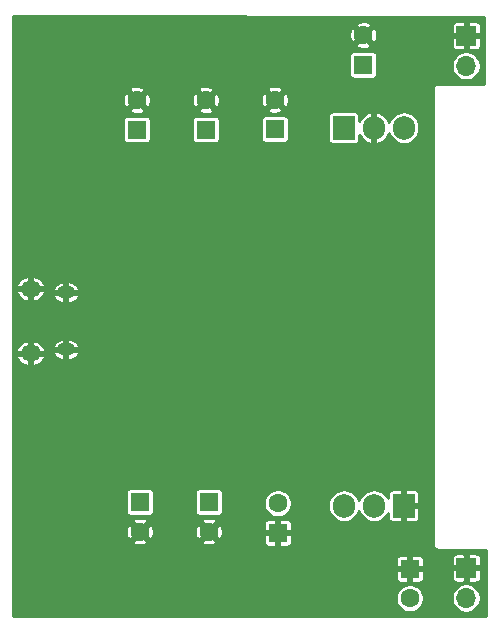
<source format=gbl>
G04 #@! TF.GenerationSoftware,KiCad,Pcbnew,(5.1.10)-1*
G04 #@! TF.CreationDate,2022-01-06T01:02:44-05:00*
G04 #@! TF.ProjectId,Charge_Pump,43686172-6765-45f5-9075-6d702e6b6963,rev?*
G04 #@! TF.SameCoordinates,Original*
G04 #@! TF.FileFunction,Copper,L2,Bot*
G04 #@! TF.FilePolarity,Positive*
%FSLAX46Y46*%
G04 Gerber Fmt 4.6, Leading zero omitted, Abs format (unit mm)*
G04 Created by KiCad (PCBNEW (5.1.10)-1) date 2022-01-06 01:02:44*
%MOMM*%
%LPD*%
G01*
G04 APERTURE LIST*
G04 #@! TA.AperFunction,ComponentPad*
%ADD10O,1.700000X1.700000*%
G04 #@! TD*
G04 #@! TA.AperFunction,ComponentPad*
%ADD11R,1.700000X1.700000*%
G04 #@! TD*
G04 #@! TA.AperFunction,ComponentPad*
%ADD12C,1.600000*%
G04 #@! TD*
G04 #@! TA.AperFunction,ComponentPad*
%ADD13R,1.600000X1.600000*%
G04 #@! TD*
G04 #@! TA.AperFunction,ComponentPad*
%ADD14O,1.905000X2.000000*%
G04 #@! TD*
G04 #@! TA.AperFunction,ComponentPad*
%ADD15R,1.905000X2.000000*%
G04 #@! TD*
G04 #@! TA.AperFunction,ComponentPad*
%ADD16O,1.700000X1.350000*%
G04 #@! TD*
G04 #@! TA.AperFunction,ComponentPad*
%ADD17O,1.500000X1.100000*%
G04 #@! TD*
G04 #@! TA.AperFunction,ViaPad*
%ADD18C,0.800000*%
G04 #@! TD*
G04 #@! TA.AperFunction,Conductor*
%ADD19C,0.254000*%
G04 #@! TD*
G04 #@! TA.AperFunction,Conductor*
%ADD20C,0.100000*%
G04 #@! TD*
G04 APERTURE END LIST*
D10*
X195400000Y-127700000D03*
D11*
X195400000Y-125160000D03*
D12*
X173609000Y-122072000D03*
D13*
X173609000Y-119572000D03*
D10*
X195400000Y-82640000D03*
D11*
X195400000Y-80100000D03*
D14*
X185039000Y-119888000D03*
X187579000Y-119888000D03*
D15*
X190119000Y-119888000D03*
D14*
X190119000Y-87884000D03*
X187579000Y-87884000D03*
D15*
X185039000Y-87884000D03*
D16*
X158524000Y-106972000D03*
X158524000Y-101512000D03*
D17*
X161524000Y-106662000D03*
X161524000Y-101822000D03*
D13*
X167513000Y-88036000D03*
D12*
X167513000Y-85536000D03*
D13*
X167767000Y-119572000D03*
D12*
X167767000Y-122072000D03*
X173355000Y-85536000D03*
D13*
X173355000Y-88036000D03*
X179451000Y-122174000D03*
D12*
X179451000Y-119674000D03*
X179197000Y-85511000D03*
D13*
X179197000Y-88011000D03*
D12*
X186690000Y-80050000D03*
D13*
X186690000Y-82550000D03*
X190627000Y-125222000D03*
D12*
X190627000Y-127722000D03*
D18*
X165936000Y-103443000D03*
X190193000Y-121858000D03*
X188288000Y-124017000D03*
X179525000Y-124398000D03*
X173683000Y-124144000D03*
X167714000Y-124144000D03*
X191336000Y-106745000D03*
X191336000Y-100141000D03*
X179144000Y-83504000D03*
X173429000Y-83631000D03*
X167460000Y-83631000D03*
X188923000Y-79948000D03*
X193114000Y-79948000D03*
X191209000Y-79948000D03*
X184478000Y-80075000D03*
X188669000Y-90108000D03*
X187526000Y-85917000D03*
X190701000Y-123382000D03*
X193114000Y-125160000D03*
X165936000Y-98744000D03*
X171905000Y-104713000D03*
X170762000Y-104713000D03*
X171397000Y-105729000D03*
X175715000Y-105729000D03*
X176096000Y-106999000D03*
X177366000Y-106999000D03*
X177366000Y-105856000D03*
X177366000Y-104586000D03*
X176096000Y-104586000D03*
X170381000Y-105856000D03*
X169873000Y-94426000D03*
X188288000Y-125541000D03*
X166700000Y-113560000D03*
D19*
X196952001Y-78510572D02*
X196952000Y-84176000D01*
X192926696Y-84176000D01*
X192913000Y-84174651D01*
X192899304Y-84176000D01*
X192858307Y-84180038D01*
X192805715Y-84195991D01*
X192757246Y-84221898D01*
X192714763Y-84256763D01*
X192679898Y-84299246D01*
X192653991Y-84347715D01*
X192638038Y-84400307D01*
X192632651Y-84455000D01*
X192634001Y-84468706D01*
X192634000Y-123303304D01*
X192632651Y-123317000D01*
X192638038Y-123371693D01*
X192653991Y-123424285D01*
X192679898Y-123472754D01*
X192714763Y-123515237D01*
X192757246Y-123550102D01*
X192805715Y-123576009D01*
X192858307Y-123591962D01*
X192913000Y-123597349D01*
X192926696Y-123596000D01*
X197079000Y-123596000D01*
X197079001Y-129261000D01*
X157071000Y-129261000D01*
X157071000Y-127605682D01*
X189446000Y-127605682D01*
X189446000Y-127838318D01*
X189491386Y-128066485D01*
X189580412Y-128281413D01*
X189709658Y-128474843D01*
X189874157Y-128639342D01*
X190067587Y-128768588D01*
X190282515Y-128857614D01*
X190510682Y-128903000D01*
X190743318Y-128903000D01*
X190971485Y-128857614D01*
X191186413Y-128768588D01*
X191379843Y-128639342D01*
X191544342Y-128474843D01*
X191673588Y-128281413D01*
X191762614Y-128066485D01*
X191808000Y-127838318D01*
X191808000Y-127605682D01*
X191802645Y-127578757D01*
X194169000Y-127578757D01*
X194169000Y-127821243D01*
X194216307Y-128059069D01*
X194309102Y-128283097D01*
X194443820Y-128484717D01*
X194615283Y-128656180D01*
X194816903Y-128790898D01*
X195040931Y-128883693D01*
X195278757Y-128931000D01*
X195521243Y-128931000D01*
X195759069Y-128883693D01*
X195983097Y-128790898D01*
X196184717Y-128656180D01*
X196356180Y-128484717D01*
X196490898Y-128283097D01*
X196583693Y-128059069D01*
X196631000Y-127821243D01*
X196631000Y-127578757D01*
X196583693Y-127340931D01*
X196490898Y-127116903D01*
X196356180Y-126915283D01*
X196184717Y-126743820D01*
X195983097Y-126609102D01*
X195759069Y-126516307D01*
X195521243Y-126469000D01*
X195278757Y-126469000D01*
X195040931Y-126516307D01*
X194816903Y-126609102D01*
X194615283Y-126743820D01*
X194443820Y-126915283D01*
X194309102Y-127116903D01*
X194216307Y-127340931D01*
X194169000Y-127578757D01*
X191802645Y-127578757D01*
X191762614Y-127377515D01*
X191673588Y-127162587D01*
X191544342Y-126969157D01*
X191379843Y-126804658D01*
X191186413Y-126675412D01*
X190971485Y-126586386D01*
X190743318Y-126541000D01*
X190510682Y-126541000D01*
X190282515Y-126586386D01*
X190067587Y-126675412D01*
X189874157Y-126804658D01*
X189709658Y-126969157D01*
X189580412Y-127162587D01*
X189491386Y-127377515D01*
X189446000Y-127605682D01*
X157071000Y-127605682D01*
X157071000Y-126022000D01*
X189444157Y-126022000D01*
X189451513Y-126096689D01*
X189473299Y-126168508D01*
X189508678Y-126234696D01*
X189556289Y-126292711D01*
X189614304Y-126340322D01*
X189680492Y-126375701D01*
X189752311Y-126397487D01*
X189827000Y-126404843D01*
X190404750Y-126403000D01*
X190500000Y-126307750D01*
X190500000Y-125349000D01*
X190754000Y-125349000D01*
X190754000Y-126307750D01*
X190849250Y-126403000D01*
X191427000Y-126404843D01*
X191501689Y-126397487D01*
X191573508Y-126375701D01*
X191639696Y-126340322D01*
X191697711Y-126292711D01*
X191745322Y-126234696D01*
X191780701Y-126168508D01*
X191802487Y-126096689D01*
X191809843Y-126022000D01*
X191809805Y-126010000D01*
X194167157Y-126010000D01*
X194174513Y-126084689D01*
X194196299Y-126156508D01*
X194231678Y-126222696D01*
X194279289Y-126280711D01*
X194337304Y-126328322D01*
X194403492Y-126363701D01*
X194475311Y-126385487D01*
X194550000Y-126392843D01*
X195177750Y-126391000D01*
X195273000Y-126295750D01*
X195273000Y-125287000D01*
X195527000Y-125287000D01*
X195527000Y-126295750D01*
X195622250Y-126391000D01*
X196250000Y-126392843D01*
X196324689Y-126385487D01*
X196396508Y-126363701D01*
X196462696Y-126328322D01*
X196520711Y-126280711D01*
X196568322Y-126222696D01*
X196603701Y-126156508D01*
X196625487Y-126084689D01*
X196632843Y-126010000D01*
X196631000Y-125382250D01*
X196535750Y-125287000D01*
X195527000Y-125287000D01*
X195273000Y-125287000D01*
X194264250Y-125287000D01*
X194169000Y-125382250D01*
X194167157Y-126010000D01*
X191809805Y-126010000D01*
X191808000Y-125444250D01*
X191712750Y-125349000D01*
X190754000Y-125349000D01*
X190500000Y-125349000D01*
X189541250Y-125349000D01*
X189446000Y-125444250D01*
X189444157Y-126022000D01*
X157071000Y-126022000D01*
X157071000Y-124422000D01*
X189444157Y-124422000D01*
X189446000Y-124999750D01*
X189541250Y-125095000D01*
X190500000Y-125095000D01*
X190500000Y-124136250D01*
X190754000Y-124136250D01*
X190754000Y-125095000D01*
X191712750Y-125095000D01*
X191808000Y-124999750D01*
X191809843Y-124422000D01*
X191802487Y-124347311D01*
X191791169Y-124310000D01*
X194167157Y-124310000D01*
X194169000Y-124937750D01*
X194264250Y-125033000D01*
X195273000Y-125033000D01*
X195273000Y-124024250D01*
X195527000Y-124024250D01*
X195527000Y-125033000D01*
X196535750Y-125033000D01*
X196631000Y-124937750D01*
X196632843Y-124310000D01*
X196625487Y-124235311D01*
X196603701Y-124163492D01*
X196568322Y-124097304D01*
X196520711Y-124039289D01*
X196462696Y-123991678D01*
X196396508Y-123956299D01*
X196324689Y-123934513D01*
X196250000Y-123927157D01*
X195622250Y-123929000D01*
X195527000Y-124024250D01*
X195273000Y-124024250D01*
X195177750Y-123929000D01*
X194550000Y-123927157D01*
X194475311Y-123934513D01*
X194403492Y-123956299D01*
X194337304Y-123991678D01*
X194279289Y-124039289D01*
X194231678Y-124097304D01*
X194196299Y-124163492D01*
X194174513Y-124235311D01*
X194167157Y-124310000D01*
X191791169Y-124310000D01*
X191780701Y-124275492D01*
X191745322Y-124209304D01*
X191697711Y-124151289D01*
X191639696Y-124103678D01*
X191573508Y-124068299D01*
X191501689Y-124046513D01*
X191427000Y-124039157D01*
X190849250Y-124041000D01*
X190754000Y-124136250D01*
X190500000Y-124136250D01*
X190404750Y-124041000D01*
X189827000Y-124039157D01*
X189752311Y-124046513D01*
X189680492Y-124068299D01*
X189614304Y-124103678D01*
X189556289Y-124151289D01*
X189508678Y-124209304D01*
X189473299Y-124275492D01*
X189451513Y-124347311D01*
X189444157Y-124422000D01*
X157071000Y-124422000D01*
X157071000Y-122928342D01*
X167090263Y-122928342D01*
X167176218Y-123101207D01*
X167388358Y-123196687D01*
X167615048Y-123248945D01*
X167847578Y-123255975D01*
X168077012Y-123217505D01*
X168294532Y-123135014D01*
X168357782Y-123101207D01*
X168443737Y-122928342D01*
X172932263Y-122928342D01*
X173018218Y-123101207D01*
X173230358Y-123196687D01*
X173457048Y-123248945D01*
X173689578Y-123255975D01*
X173919012Y-123217505D01*
X174136532Y-123135014D01*
X174199782Y-123101207D01*
X174263034Y-122974000D01*
X178268157Y-122974000D01*
X178275513Y-123048689D01*
X178297299Y-123120508D01*
X178332678Y-123186696D01*
X178380289Y-123244711D01*
X178438304Y-123292322D01*
X178504492Y-123327701D01*
X178576311Y-123349487D01*
X178651000Y-123356843D01*
X179228750Y-123355000D01*
X179324000Y-123259750D01*
X179324000Y-122301000D01*
X179578000Y-122301000D01*
X179578000Y-123259750D01*
X179673250Y-123355000D01*
X180251000Y-123356843D01*
X180325689Y-123349487D01*
X180397508Y-123327701D01*
X180463696Y-123292322D01*
X180521711Y-123244711D01*
X180569322Y-123186696D01*
X180604701Y-123120508D01*
X180626487Y-123048689D01*
X180633843Y-122974000D01*
X180632000Y-122396250D01*
X180536750Y-122301000D01*
X179578000Y-122301000D01*
X179324000Y-122301000D01*
X178365250Y-122301000D01*
X178270000Y-122396250D01*
X178268157Y-122974000D01*
X174263034Y-122974000D01*
X174285737Y-122928342D01*
X173609000Y-122251605D01*
X172932263Y-122928342D01*
X168443737Y-122928342D01*
X167767000Y-122251605D01*
X167090263Y-122928342D01*
X157071000Y-122928342D01*
X157071000Y-122152578D01*
X166583025Y-122152578D01*
X166621495Y-122382012D01*
X166703986Y-122599532D01*
X166737793Y-122662782D01*
X166910658Y-122748737D01*
X167587395Y-122072000D01*
X167946605Y-122072000D01*
X168623342Y-122748737D01*
X168796207Y-122662782D01*
X168891687Y-122450642D01*
X168943945Y-122223952D01*
X168946102Y-122152578D01*
X172425025Y-122152578D01*
X172463495Y-122382012D01*
X172545986Y-122599532D01*
X172579793Y-122662782D01*
X172752658Y-122748737D01*
X173429395Y-122072000D01*
X173788605Y-122072000D01*
X174465342Y-122748737D01*
X174638207Y-122662782D01*
X174733687Y-122450642D01*
X174785945Y-122223952D01*
X174792975Y-121991422D01*
X174754505Y-121761988D01*
X174672014Y-121544468D01*
X174638207Y-121481218D01*
X174465342Y-121395263D01*
X173788605Y-122072000D01*
X173429395Y-122072000D01*
X172752658Y-121395263D01*
X172579793Y-121481218D01*
X172484313Y-121693358D01*
X172432055Y-121920048D01*
X172425025Y-122152578D01*
X168946102Y-122152578D01*
X168950975Y-121991422D01*
X168912505Y-121761988D01*
X168830014Y-121544468D01*
X168796207Y-121481218D01*
X168623342Y-121395263D01*
X167946605Y-122072000D01*
X167587395Y-122072000D01*
X166910658Y-121395263D01*
X166737793Y-121481218D01*
X166642313Y-121693358D01*
X166590055Y-121920048D01*
X166583025Y-122152578D01*
X157071000Y-122152578D01*
X157071000Y-121215658D01*
X167090263Y-121215658D01*
X167767000Y-121892395D01*
X168443737Y-121215658D01*
X172932263Y-121215658D01*
X173609000Y-121892395D01*
X174127395Y-121374000D01*
X178268157Y-121374000D01*
X178270000Y-121951750D01*
X178365250Y-122047000D01*
X179324000Y-122047000D01*
X179324000Y-121088250D01*
X179578000Y-121088250D01*
X179578000Y-122047000D01*
X180536750Y-122047000D01*
X180632000Y-121951750D01*
X180633843Y-121374000D01*
X180626487Y-121299311D01*
X180604701Y-121227492D01*
X180569322Y-121161304D01*
X180521711Y-121103289D01*
X180463696Y-121055678D01*
X180397508Y-121020299D01*
X180325689Y-120998513D01*
X180251000Y-120991157D01*
X179673250Y-120993000D01*
X179578000Y-121088250D01*
X179324000Y-121088250D01*
X179228750Y-120993000D01*
X178651000Y-120991157D01*
X178576311Y-120998513D01*
X178504492Y-121020299D01*
X178438304Y-121055678D01*
X178380289Y-121103289D01*
X178332678Y-121161304D01*
X178297299Y-121227492D01*
X178275513Y-121299311D01*
X178268157Y-121374000D01*
X174127395Y-121374000D01*
X174285737Y-121215658D01*
X174199782Y-121042793D01*
X173987642Y-120947313D01*
X173760952Y-120895055D01*
X173528422Y-120888025D01*
X173298988Y-120926495D01*
X173081468Y-121008986D01*
X173018218Y-121042793D01*
X172932263Y-121215658D01*
X168443737Y-121215658D01*
X168357782Y-121042793D01*
X168145642Y-120947313D01*
X167918952Y-120895055D01*
X167686422Y-120888025D01*
X167456988Y-120926495D01*
X167239468Y-121008986D01*
X167176218Y-121042793D01*
X167090263Y-121215658D01*
X157071000Y-121215658D01*
X157071000Y-118772000D01*
X166584157Y-118772000D01*
X166584157Y-120372000D01*
X166591513Y-120446689D01*
X166613299Y-120518508D01*
X166648678Y-120584696D01*
X166696289Y-120642711D01*
X166754304Y-120690322D01*
X166820492Y-120725701D01*
X166892311Y-120747487D01*
X166967000Y-120754843D01*
X168567000Y-120754843D01*
X168641689Y-120747487D01*
X168713508Y-120725701D01*
X168779696Y-120690322D01*
X168837711Y-120642711D01*
X168885322Y-120584696D01*
X168920701Y-120518508D01*
X168942487Y-120446689D01*
X168949843Y-120372000D01*
X168949843Y-118772000D01*
X172426157Y-118772000D01*
X172426157Y-120372000D01*
X172433513Y-120446689D01*
X172455299Y-120518508D01*
X172490678Y-120584696D01*
X172538289Y-120642711D01*
X172596304Y-120690322D01*
X172662492Y-120725701D01*
X172734311Y-120747487D01*
X172809000Y-120754843D01*
X174409000Y-120754843D01*
X174483689Y-120747487D01*
X174555508Y-120725701D01*
X174621696Y-120690322D01*
X174679711Y-120642711D01*
X174727322Y-120584696D01*
X174762701Y-120518508D01*
X174784487Y-120446689D01*
X174791843Y-120372000D01*
X174791843Y-119557682D01*
X178270000Y-119557682D01*
X178270000Y-119790318D01*
X178315386Y-120018485D01*
X178404412Y-120233413D01*
X178533658Y-120426843D01*
X178698157Y-120591342D01*
X178891587Y-120720588D01*
X179106515Y-120809614D01*
X179334682Y-120855000D01*
X179567318Y-120855000D01*
X179795485Y-120809614D01*
X180010413Y-120720588D01*
X180203843Y-120591342D01*
X180368342Y-120426843D01*
X180497588Y-120233413D01*
X180586614Y-120018485D01*
X180632000Y-119790318D01*
X180632000Y-119774992D01*
X183705500Y-119774992D01*
X183705500Y-120001007D01*
X183724795Y-120196911D01*
X183801046Y-120448276D01*
X183924871Y-120679936D01*
X184091511Y-120882989D01*
X184294563Y-121049629D01*
X184526223Y-121173454D01*
X184777588Y-121249705D01*
X185039000Y-121275452D01*
X185300411Y-121249705D01*
X185551776Y-121173454D01*
X185783436Y-121049629D01*
X185986489Y-120882989D01*
X186153129Y-120679937D01*
X186276954Y-120448277D01*
X186309000Y-120342635D01*
X186341046Y-120448276D01*
X186464871Y-120679936D01*
X186631511Y-120882989D01*
X186834563Y-121049629D01*
X187066223Y-121173454D01*
X187317588Y-121249705D01*
X187579000Y-121275452D01*
X187840411Y-121249705D01*
X188091776Y-121173454D01*
X188323436Y-121049629D01*
X188526489Y-120882989D01*
X188693129Y-120679937D01*
X188784555Y-120508891D01*
X188783657Y-120888000D01*
X188791013Y-120962689D01*
X188812799Y-121034508D01*
X188848178Y-121100696D01*
X188895789Y-121158711D01*
X188953804Y-121206322D01*
X189019992Y-121241701D01*
X189091811Y-121263487D01*
X189166500Y-121270843D01*
X189896750Y-121269000D01*
X189992000Y-121173750D01*
X189992000Y-120015000D01*
X190246000Y-120015000D01*
X190246000Y-121173750D01*
X190341250Y-121269000D01*
X191071500Y-121270843D01*
X191146189Y-121263487D01*
X191218008Y-121241701D01*
X191284196Y-121206322D01*
X191342211Y-121158711D01*
X191389822Y-121100696D01*
X191425201Y-121034508D01*
X191446987Y-120962689D01*
X191454343Y-120888000D01*
X191452500Y-120110250D01*
X191357250Y-120015000D01*
X190246000Y-120015000D01*
X189992000Y-120015000D01*
X189972000Y-120015000D01*
X189972000Y-119761000D01*
X189992000Y-119761000D01*
X189992000Y-118602250D01*
X190246000Y-118602250D01*
X190246000Y-119761000D01*
X191357250Y-119761000D01*
X191452500Y-119665750D01*
X191454343Y-118888000D01*
X191446987Y-118813311D01*
X191425201Y-118741492D01*
X191389822Y-118675304D01*
X191342211Y-118617289D01*
X191284196Y-118569678D01*
X191218008Y-118534299D01*
X191146189Y-118512513D01*
X191071500Y-118505157D01*
X190341250Y-118507000D01*
X190246000Y-118602250D01*
X189992000Y-118602250D01*
X189896750Y-118507000D01*
X189166500Y-118505157D01*
X189091811Y-118512513D01*
X189019992Y-118534299D01*
X188953804Y-118569678D01*
X188895789Y-118617289D01*
X188848178Y-118675304D01*
X188812799Y-118741492D01*
X188791013Y-118813311D01*
X188783657Y-118888000D01*
X188784555Y-119267110D01*
X188693129Y-119096064D01*
X188526489Y-118893011D01*
X188323437Y-118726371D01*
X188091777Y-118602546D01*
X187840412Y-118526295D01*
X187579000Y-118500548D01*
X187317589Y-118526295D01*
X187066224Y-118602546D01*
X186834564Y-118726371D01*
X186631512Y-118893011D01*
X186464871Y-119096063D01*
X186341046Y-119327723D01*
X186309000Y-119433365D01*
X186276954Y-119327724D01*
X186153129Y-119096064D01*
X185986489Y-118893011D01*
X185783437Y-118726371D01*
X185551777Y-118602546D01*
X185300412Y-118526295D01*
X185039000Y-118500548D01*
X184777589Y-118526295D01*
X184526224Y-118602546D01*
X184294564Y-118726371D01*
X184091512Y-118893011D01*
X183924871Y-119096063D01*
X183801046Y-119327723D01*
X183724795Y-119579088D01*
X183705500Y-119774992D01*
X180632000Y-119774992D01*
X180632000Y-119557682D01*
X180586614Y-119329515D01*
X180497588Y-119114587D01*
X180368342Y-118921157D01*
X180203843Y-118756658D01*
X180010413Y-118627412D01*
X179795485Y-118538386D01*
X179567318Y-118493000D01*
X179334682Y-118493000D01*
X179106515Y-118538386D01*
X178891587Y-118627412D01*
X178698157Y-118756658D01*
X178533658Y-118921157D01*
X178404412Y-119114587D01*
X178315386Y-119329515D01*
X178270000Y-119557682D01*
X174791843Y-119557682D01*
X174791843Y-118772000D01*
X174784487Y-118697311D01*
X174762701Y-118625492D01*
X174727322Y-118559304D01*
X174679711Y-118501289D01*
X174621696Y-118453678D01*
X174555508Y-118418299D01*
X174483689Y-118396513D01*
X174409000Y-118389157D01*
X172809000Y-118389157D01*
X172734311Y-118396513D01*
X172662492Y-118418299D01*
X172596304Y-118453678D01*
X172538289Y-118501289D01*
X172490678Y-118559304D01*
X172455299Y-118625492D01*
X172433513Y-118697311D01*
X172426157Y-118772000D01*
X168949843Y-118772000D01*
X168942487Y-118697311D01*
X168920701Y-118625492D01*
X168885322Y-118559304D01*
X168837711Y-118501289D01*
X168779696Y-118453678D01*
X168713508Y-118418299D01*
X168641689Y-118396513D01*
X168567000Y-118389157D01*
X166967000Y-118389157D01*
X166892311Y-118396513D01*
X166820492Y-118418299D01*
X166754304Y-118453678D01*
X166696289Y-118501289D01*
X166648678Y-118559304D01*
X166613299Y-118625492D01*
X166591513Y-118697311D01*
X166584157Y-118772000D01*
X157071000Y-118772000D01*
X157071000Y-107261432D01*
X157333439Y-107261432D01*
X157407482Y-107458901D01*
X157520563Y-107633226D01*
X157665480Y-107782141D01*
X157836664Y-107899923D01*
X158027537Y-107982045D01*
X158230764Y-108025352D01*
X158397000Y-107935630D01*
X158397000Y-107099000D01*
X158651000Y-107099000D01*
X158651000Y-107935630D01*
X158817236Y-108025352D01*
X159020463Y-107982045D01*
X159211336Y-107899923D01*
X159382520Y-107782141D01*
X159527437Y-107633226D01*
X159640518Y-107458901D01*
X159714561Y-107261432D01*
X159651319Y-107099000D01*
X158651000Y-107099000D01*
X158397000Y-107099000D01*
X157396681Y-107099000D01*
X157333439Y-107261432D01*
X157071000Y-107261432D01*
X157071000Y-106931715D01*
X160432925Y-106931715D01*
X160504577Y-107120144D01*
X160609701Y-107271202D01*
X160742275Y-107398849D01*
X160897205Y-107498180D01*
X161068536Y-107565377D01*
X161249685Y-107597857D01*
X161397000Y-107502711D01*
X161397000Y-106789000D01*
X161651000Y-106789000D01*
X161651000Y-107502711D01*
X161798315Y-107597857D01*
X161979464Y-107565377D01*
X162150795Y-107498180D01*
X162305725Y-107398849D01*
X162438299Y-107271202D01*
X162543423Y-107120144D01*
X162615075Y-106931715D01*
X162550044Y-106789000D01*
X161651000Y-106789000D01*
X161397000Y-106789000D01*
X160497956Y-106789000D01*
X160432925Y-106931715D01*
X157071000Y-106931715D01*
X157071000Y-106682568D01*
X157333439Y-106682568D01*
X157396681Y-106845000D01*
X158397000Y-106845000D01*
X158397000Y-106008370D01*
X158651000Y-106008370D01*
X158651000Y-106845000D01*
X159651319Y-106845000D01*
X159714561Y-106682568D01*
X159640518Y-106485099D01*
X159580312Y-106392285D01*
X160432925Y-106392285D01*
X160497956Y-106535000D01*
X161397000Y-106535000D01*
X161397000Y-105821289D01*
X161651000Y-105821289D01*
X161651000Y-106535000D01*
X162550044Y-106535000D01*
X162615075Y-106392285D01*
X162543423Y-106203856D01*
X162438299Y-106052798D01*
X162305725Y-105925151D01*
X162150795Y-105825820D01*
X161979464Y-105758623D01*
X161798315Y-105726143D01*
X161651000Y-105821289D01*
X161397000Y-105821289D01*
X161249685Y-105726143D01*
X161068536Y-105758623D01*
X160897205Y-105825820D01*
X160742275Y-105925151D01*
X160609701Y-106052798D01*
X160504577Y-106203856D01*
X160432925Y-106392285D01*
X159580312Y-106392285D01*
X159527437Y-106310774D01*
X159382520Y-106161859D01*
X159211336Y-106044077D01*
X159020463Y-105961955D01*
X158817236Y-105918648D01*
X158651000Y-106008370D01*
X158397000Y-106008370D01*
X158230764Y-105918648D01*
X158027537Y-105961955D01*
X157836664Y-106044077D01*
X157665480Y-106161859D01*
X157520563Y-106310774D01*
X157407482Y-106485099D01*
X157333439Y-106682568D01*
X157071000Y-106682568D01*
X157071000Y-101801432D01*
X157333439Y-101801432D01*
X157407482Y-101998901D01*
X157520563Y-102173226D01*
X157665480Y-102322141D01*
X157836664Y-102439923D01*
X158027537Y-102522045D01*
X158230764Y-102565352D01*
X158397000Y-102475630D01*
X158397000Y-101639000D01*
X158651000Y-101639000D01*
X158651000Y-102475630D01*
X158817236Y-102565352D01*
X159020463Y-102522045D01*
X159211336Y-102439923D01*
X159382520Y-102322141D01*
X159527437Y-102173226D01*
X159580311Y-102091715D01*
X160432925Y-102091715D01*
X160504577Y-102280144D01*
X160609701Y-102431202D01*
X160742275Y-102558849D01*
X160897205Y-102658180D01*
X161068536Y-102725377D01*
X161249685Y-102757857D01*
X161397000Y-102662711D01*
X161397000Y-101949000D01*
X161651000Y-101949000D01*
X161651000Y-102662711D01*
X161798315Y-102757857D01*
X161979464Y-102725377D01*
X162150795Y-102658180D01*
X162305725Y-102558849D01*
X162438299Y-102431202D01*
X162543423Y-102280144D01*
X162615075Y-102091715D01*
X162550044Y-101949000D01*
X161651000Y-101949000D01*
X161397000Y-101949000D01*
X160497956Y-101949000D01*
X160432925Y-102091715D01*
X159580311Y-102091715D01*
X159640518Y-101998901D01*
X159714561Y-101801432D01*
X159651319Y-101639000D01*
X158651000Y-101639000D01*
X158397000Y-101639000D01*
X157396681Y-101639000D01*
X157333439Y-101801432D01*
X157071000Y-101801432D01*
X157071000Y-101552285D01*
X160432925Y-101552285D01*
X160497956Y-101695000D01*
X161397000Y-101695000D01*
X161397000Y-100981289D01*
X161651000Y-100981289D01*
X161651000Y-101695000D01*
X162550044Y-101695000D01*
X162615075Y-101552285D01*
X162543423Y-101363856D01*
X162438299Y-101212798D01*
X162305725Y-101085151D01*
X162150795Y-100985820D01*
X161979464Y-100918623D01*
X161798315Y-100886143D01*
X161651000Y-100981289D01*
X161397000Y-100981289D01*
X161249685Y-100886143D01*
X161068536Y-100918623D01*
X160897205Y-100985820D01*
X160742275Y-101085151D01*
X160609701Y-101212798D01*
X160504577Y-101363856D01*
X160432925Y-101552285D01*
X157071000Y-101552285D01*
X157071000Y-101222568D01*
X157333439Y-101222568D01*
X157396681Y-101385000D01*
X158397000Y-101385000D01*
X158397000Y-100548370D01*
X158651000Y-100548370D01*
X158651000Y-101385000D01*
X159651319Y-101385000D01*
X159714561Y-101222568D01*
X159640518Y-101025099D01*
X159527437Y-100850774D01*
X159382520Y-100701859D01*
X159211336Y-100584077D01*
X159020463Y-100501955D01*
X158817236Y-100458648D01*
X158651000Y-100548370D01*
X158397000Y-100548370D01*
X158230764Y-100458648D01*
X158027537Y-100501955D01*
X157836664Y-100584077D01*
X157665480Y-100701859D01*
X157520563Y-100850774D01*
X157407482Y-101025099D01*
X157333439Y-101222568D01*
X157071000Y-101222568D01*
X157071000Y-87236000D01*
X166330157Y-87236000D01*
X166330157Y-88836000D01*
X166337513Y-88910689D01*
X166359299Y-88982508D01*
X166394678Y-89048696D01*
X166442289Y-89106711D01*
X166500304Y-89154322D01*
X166566492Y-89189701D01*
X166638311Y-89211487D01*
X166713000Y-89218843D01*
X168313000Y-89218843D01*
X168387689Y-89211487D01*
X168459508Y-89189701D01*
X168525696Y-89154322D01*
X168583711Y-89106711D01*
X168631322Y-89048696D01*
X168666701Y-88982508D01*
X168688487Y-88910689D01*
X168695843Y-88836000D01*
X168695843Y-87236000D01*
X172172157Y-87236000D01*
X172172157Y-88836000D01*
X172179513Y-88910689D01*
X172201299Y-88982508D01*
X172236678Y-89048696D01*
X172284289Y-89106711D01*
X172342304Y-89154322D01*
X172408492Y-89189701D01*
X172480311Y-89211487D01*
X172555000Y-89218843D01*
X174155000Y-89218843D01*
X174229689Y-89211487D01*
X174301508Y-89189701D01*
X174367696Y-89154322D01*
X174425711Y-89106711D01*
X174473322Y-89048696D01*
X174508701Y-88982508D01*
X174530487Y-88910689D01*
X174537843Y-88836000D01*
X174537843Y-87236000D01*
X174535381Y-87211000D01*
X178014157Y-87211000D01*
X178014157Y-88811000D01*
X178021513Y-88885689D01*
X178043299Y-88957508D01*
X178078678Y-89023696D01*
X178126289Y-89081711D01*
X178184304Y-89129322D01*
X178250492Y-89164701D01*
X178322311Y-89186487D01*
X178397000Y-89193843D01*
X179997000Y-89193843D01*
X180071689Y-89186487D01*
X180143508Y-89164701D01*
X180209696Y-89129322D01*
X180267711Y-89081711D01*
X180315322Y-89023696D01*
X180350701Y-88957508D01*
X180372487Y-88885689D01*
X180379843Y-88811000D01*
X180379843Y-87211000D01*
X180372487Y-87136311D01*
X180350701Y-87064492D01*
X180315322Y-86998304D01*
X180267711Y-86940289D01*
X180209696Y-86892678D01*
X180193461Y-86884000D01*
X183703657Y-86884000D01*
X183703657Y-88884000D01*
X183711013Y-88958689D01*
X183732799Y-89030508D01*
X183768178Y-89096696D01*
X183815789Y-89154711D01*
X183873804Y-89202322D01*
X183939992Y-89237701D01*
X184011811Y-89259487D01*
X184086500Y-89266843D01*
X185991500Y-89266843D01*
X186066189Y-89259487D01*
X186138008Y-89237701D01*
X186204196Y-89202322D01*
X186262211Y-89154711D01*
X186309822Y-89096696D01*
X186345201Y-89030508D01*
X186366987Y-88958689D01*
X186374343Y-88884000D01*
X186374343Y-88493679D01*
X186486774Y-88694057D01*
X186656528Y-88892487D01*
X186861732Y-89053987D01*
X187094500Y-89172351D01*
X187245906Y-89222729D01*
X187452000Y-89163220D01*
X187452000Y-88011000D01*
X187432000Y-88011000D01*
X187432000Y-87757000D01*
X187452000Y-87757000D01*
X187452000Y-86604780D01*
X187706000Y-86604780D01*
X187706000Y-87757000D01*
X187726000Y-87757000D01*
X187726000Y-88011000D01*
X187706000Y-88011000D01*
X187706000Y-89163220D01*
X187912094Y-89222729D01*
X188063500Y-89172351D01*
X188296268Y-89053987D01*
X188501472Y-88892487D01*
X188671226Y-88694057D01*
X188799007Y-88466322D01*
X188844955Y-88325300D01*
X188881046Y-88444277D01*
X189004871Y-88675937D01*
X189171512Y-88878989D01*
X189374564Y-89045629D01*
X189606224Y-89169454D01*
X189857589Y-89245705D01*
X190119000Y-89271452D01*
X190380412Y-89245705D01*
X190631777Y-89169454D01*
X190863437Y-89045629D01*
X191066489Y-88878989D01*
X191233129Y-88675936D01*
X191356954Y-88444276D01*
X191433205Y-88192911D01*
X191452500Y-87997007D01*
X191452500Y-87770992D01*
X191433205Y-87575088D01*
X191356954Y-87323723D01*
X191233129Y-87092063D01*
X191066489Y-86889011D01*
X190863436Y-86722371D01*
X190631776Y-86598546D01*
X190380411Y-86522295D01*
X190119000Y-86496548D01*
X189857588Y-86522295D01*
X189606223Y-86598546D01*
X189374563Y-86722371D01*
X189171511Y-86889011D01*
X189004871Y-87092064D01*
X188881046Y-87323724D01*
X188844955Y-87442700D01*
X188799007Y-87301678D01*
X188671226Y-87073943D01*
X188501472Y-86875513D01*
X188296268Y-86714013D01*
X188063500Y-86595649D01*
X187912094Y-86545271D01*
X187706000Y-86604780D01*
X187452000Y-86604780D01*
X187245906Y-86545271D01*
X187094500Y-86595649D01*
X186861732Y-86714013D01*
X186656528Y-86875513D01*
X186486774Y-87073943D01*
X186374343Y-87274321D01*
X186374343Y-86884000D01*
X186366987Y-86809311D01*
X186345201Y-86737492D01*
X186309822Y-86671304D01*
X186262211Y-86613289D01*
X186204196Y-86565678D01*
X186138008Y-86530299D01*
X186066189Y-86508513D01*
X185991500Y-86501157D01*
X184086500Y-86501157D01*
X184011811Y-86508513D01*
X183939992Y-86530299D01*
X183873804Y-86565678D01*
X183815789Y-86613289D01*
X183768178Y-86671304D01*
X183732799Y-86737492D01*
X183711013Y-86809311D01*
X183703657Y-86884000D01*
X180193461Y-86884000D01*
X180143508Y-86857299D01*
X180071689Y-86835513D01*
X179997000Y-86828157D01*
X178397000Y-86828157D01*
X178322311Y-86835513D01*
X178250492Y-86857299D01*
X178184304Y-86892678D01*
X178126289Y-86940289D01*
X178078678Y-86998304D01*
X178043299Y-87064492D01*
X178021513Y-87136311D01*
X178014157Y-87211000D01*
X174535381Y-87211000D01*
X174530487Y-87161311D01*
X174508701Y-87089492D01*
X174473322Y-87023304D01*
X174425711Y-86965289D01*
X174367696Y-86917678D01*
X174301508Y-86882299D01*
X174229689Y-86860513D01*
X174155000Y-86853157D01*
X172555000Y-86853157D01*
X172480311Y-86860513D01*
X172408492Y-86882299D01*
X172342304Y-86917678D01*
X172284289Y-86965289D01*
X172236678Y-87023304D01*
X172201299Y-87089492D01*
X172179513Y-87161311D01*
X172172157Y-87236000D01*
X168695843Y-87236000D01*
X168688487Y-87161311D01*
X168666701Y-87089492D01*
X168631322Y-87023304D01*
X168583711Y-86965289D01*
X168525696Y-86917678D01*
X168459508Y-86882299D01*
X168387689Y-86860513D01*
X168313000Y-86853157D01*
X166713000Y-86853157D01*
X166638311Y-86860513D01*
X166566492Y-86882299D01*
X166500304Y-86917678D01*
X166442289Y-86965289D01*
X166394678Y-87023304D01*
X166359299Y-87089492D01*
X166337513Y-87161311D01*
X166330157Y-87236000D01*
X157071000Y-87236000D01*
X157071000Y-86392342D01*
X166836263Y-86392342D01*
X166922218Y-86565207D01*
X167134358Y-86660687D01*
X167361048Y-86712945D01*
X167593578Y-86719975D01*
X167823012Y-86681505D01*
X168040532Y-86599014D01*
X168103782Y-86565207D01*
X168189737Y-86392342D01*
X172678263Y-86392342D01*
X172764218Y-86565207D01*
X172976358Y-86660687D01*
X173203048Y-86712945D01*
X173435578Y-86719975D01*
X173665012Y-86681505D01*
X173882532Y-86599014D01*
X173945782Y-86565207D01*
X174031737Y-86392342D01*
X174006737Y-86367342D01*
X178520263Y-86367342D01*
X178606218Y-86540207D01*
X178818358Y-86635687D01*
X179045048Y-86687945D01*
X179277578Y-86694975D01*
X179507012Y-86656505D01*
X179724532Y-86574014D01*
X179787782Y-86540207D01*
X179873737Y-86367342D01*
X179197000Y-85690605D01*
X178520263Y-86367342D01*
X174006737Y-86367342D01*
X173355000Y-85715605D01*
X172678263Y-86392342D01*
X168189737Y-86392342D01*
X167513000Y-85715605D01*
X166836263Y-86392342D01*
X157071000Y-86392342D01*
X157071000Y-85616578D01*
X166329025Y-85616578D01*
X166367495Y-85846012D01*
X166449986Y-86063532D01*
X166483793Y-86126782D01*
X166656658Y-86212737D01*
X167333395Y-85536000D01*
X167692605Y-85536000D01*
X168369342Y-86212737D01*
X168542207Y-86126782D01*
X168637687Y-85914642D01*
X168689945Y-85687952D01*
X168692102Y-85616578D01*
X172171025Y-85616578D01*
X172209495Y-85846012D01*
X172291986Y-86063532D01*
X172325793Y-86126782D01*
X172498658Y-86212737D01*
X173175395Y-85536000D01*
X173534605Y-85536000D01*
X174211342Y-86212737D01*
X174384207Y-86126782D01*
X174479687Y-85914642D01*
X174531945Y-85687952D01*
X174534858Y-85591578D01*
X178013025Y-85591578D01*
X178051495Y-85821012D01*
X178133986Y-86038532D01*
X178167793Y-86101782D01*
X178340658Y-86187737D01*
X179017395Y-85511000D01*
X179376605Y-85511000D01*
X180053342Y-86187737D01*
X180226207Y-86101782D01*
X180321687Y-85889642D01*
X180373945Y-85662952D01*
X180380975Y-85430422D01*
X180342505Y-85200988D01*
X180260014Y-84983468D01*
X180226207Y-84920218D01*
X180053342Y-84834263D01*
X179376605Y-85511000D01*
X179017395Y-85511000D01*
X178340658Y-84834263D01*
X178167793Y-84920218D01*
X178072313Y-85132358D01*
X178020055Y-85359048D01*
X178013025Y-85591578D01*
X174534858Y-85591578D01*
X174538975Y-85455422D01*
X174500505Y-85225988D01*
X174418014Y-85008468D01*
X174384207Y-84945218D01*
X174211342Y-84859263D01*
X173534605Y-85536000D01*
X173175395Y-85536000D01*
X172498658Y-84859263D01*
X172325793Y-84945218D01*
X172230313Y-85157358D01*
X172178055Y-85384048D01*
X172171025Y-85616578D01*
X168692102Y-85616578D01*
X168696975Y-85455422D01*
X168658505Y-85225988D01*
X168576014Y-85008468D01*
X168542207Y-84945218D01*
X168369342Y-84859263D01*
X167692605Y-85536000D01*
X167333395Y-85536000D01*
X166656658Y-84859263D01*
X166483793Y-84945218D01*
X166388313Y-85157358D01*
X166336055Y-85384048D01*
X166329025Y-85616578D01*
X157071000Y-85616578D01*
X157071000Y-84679658D01*
X166836263Y-84679658D01*
X167513000Y-85356395D01*
X168189737Y-84679658D01*
X172678263Y-84679658D01*
X173355000Y-85356395D01*
X174031737Y-84679658D01*
X174019307Y-84654658D01*
X178520263Y-84654658D01*
X179197000Y-85331395D01*
X179873737Y-84654658D01*
X179787782Y-84481793D01*
X179575642Y-84386313D01*
X179348952Y-84334055D01*
X179116422Y-84327025D01*
X178886988Y-84365495D01*
X178669468Y-84447986D01*
X178606218Y-84481793D01*
X178520263Y-84654658D01*
X174019307Y-84654658D01*
X173945782Y-84506793D01*
X173733642Y-84411313D01*
X173506952Y-84359055D01*
X173274422Y-84352025D01*
X173044988Y-84390495D01*
X172827468Y-84472986D01*
X172764218Y-84506793D01*
X172678263Y-84679658D01*
X168189737Y-84679658D01*
X168103782Y-84506793D01*
X167891642Y-84411313D01*
X167664952Y-84359055D01*
X167432422Y-84352025D01*
X167202988Y-84390495D01*
X166985468Y-84472986D01*
X166922218Y-84506793D01*
X166836263Y-84679658D01*
X157071000Y-84679658D01*
X157071000Y-81750000D01*
X185507157Y-81750000D01*
X185507157Y-83350000D01*
X185514513Y-83424689D01*
X185536299Y-83496508D01*
X185571678Y-83562696D01*
X185619289Y-83620711D01*
X185677304Y-83668322D01*
X185743492Y-83703701D01*
X185815311Y-83725487D01*
X185890000Y-83732843D01*
X187490000Y-83732843D01*
X187564689Y-83725487D01*
X187636508Y-83703701D01*
X187702696Y-83668322D01*
X187760711Y-83620711D01*
X187808322Y-83562696D01*
X187843701Y-83496508D01*
X187865487Y-83424689D01*
X187872843Y-83350000D01*
X187872843Y-82518757D01*
X194169000Y-82518757D01*
X194169000Y-82761243D01*
X194216307Y-82999069D01*
X194309102Y-83223097D01*
X194443820Y-83424717D01*
X194615283Y-83596180D01*
X194816903Y-83730898D01*
X195040931Y-83823693D01*
X195278757Y-83871000D01*
X195521243Y-83871000D01*
X195759069Y-83823693D01*
X195983097Y-83730898D01*
X196184717Y-83596180D01*
X196356180Y-83424717D01*
X196490898Y-83223097D01*
X196583693Y-82999069D01*
X196631000Y-82761243D01*
X196631000Y-82518757D01*
X196583693Y-82280931D01*
X196490898Y-82056903D01*
X196356180Y-81855283D01*
X196184717Y-81683820D01*
X195983097Y-81549102D01*
X195759069Y-81456307D01*
X195521243Y-81409000D01*
X195278757Y-81409000D01*
X195040931Y-81456307D01*
X194816903Y-81549102D01*
X194615283Y-81683820D01*
X194443820Y-81855283D01*
X194309102Y-82056903D01*
X194216307Y-82280931D01*
X194169000Y-82518757D01*
X187872843Y-82518757D01*
X187872843Y-81750000D01*
X187865487Y-81675311D01*
X187843701Y-81603492D01*
X187808322Y-81537304D01*
X187760711Y-81479289D01*
X187702696Y-81431678D01*
X187636508Y-81396299D01*
X187564689Y-81374513D01*
X187490000Y-81367157D01*
X185890000Y-81367157D01*
X185815311Y-81374513D01*
X185743492Y-81396299D01*
X185677304Y-81431678D01*
X185619289Y-81479289D01*
X185571678Y-81537304D01*
X185536299Y-81603492D01*
X185514513Y-81675311D01*
X185507157Y-81750000D01*
X157071000Y-81750000D01*
X157071000Y-80906342D01*
X186013263Y-80906342D01*
X186099218Y-81079207D01*
X186311358Y-81174687D01*
X186538048Y-81226945D01*
X186770578Y-81233975D01*
X187000012Y-81195505D01*
X187217532Y-81113014D01*
X187280782Y-81079207D01*
X187345028Y-80950000D01*
X194167157Y-80950000D01*
X194174513Y-81024689D01*
X194196299Y-81096508D01*
X194231678Y-81162696D01*
X194279289Y-81220711D01*
X194337304Y-81268322D01*
X194403492Y-81303701D01*
X194475311Y-81325487D01*
X194550000Y-81332843D01*
X195177750Y-81331000D01*
X195273000Y-81235750D01*
X195273000Y-80227000D01*
X195527000Y-80227000D01*
X195527000Y-81235750D01*
X195622250Y-81331000D01*
X196250000Y-81332843D01*
X196324689Y-81325487D01*
X196396508Y-81303701D01*
X196462696Y-81268322D01*
X196520711Y-81220711D01*
X196568322Y-81162696D01*
X196603701Y-81096508D01*
X196625487Y-81024689D01*
X196632843Y-80950000D01*
X196631000Y-80322250D01*
X196535750Y-80227000D01*
X195527000Y-80227000D01*
X195273000Y-80227000D01*
X194264250Y-80227000D01*
X194169000Y-80322250D01*
X194167157Y-80950000D01*
X187345028Y-80950000D01*
X187366737Y-80906342D01*
X186690000Y-80229605D01*
X186013263Y-80906342D01*
X157071000Y-80906342D01*
X157071000Y-80130578D01*
X185506025Y-80130578D01*
X185544495Y-80360012D01*
X185626986Y-80577532D01*
X185660793Y-80640782D01*
X185833658Y-80726737D01*
X186510395Y-80050000D01*
X186869605Y-80050000D01*
X187546342Y-80726737D01*
X187719207Y-80640782D01*
X187814687Y-80428642D01*
X187866945Y-80201952D01*
X187873975Y-79969422D01*
X187835505Y-79739988D01*
X187753014Y-79522468D01*
X187719207Y-79459218D01*
X187546342Y-79373263D01*
X186869605Y-80050000D01*
X186510395Y-80050000D01*
X185833658Y-79373263D01*
X185660793Y-79459218D01*
X185565313Y-79671358D01*
X185513055Y-79898048D01*
X185506025Y-80130578D01*
X157071000Y-80130578D01*
X157071000Y-79193658D01*
X186013263Y-79193658D01*
X186690000Y-79870395D01*
X187310395Y-79250000D01*
X194167157Y-79250000D01*
X194169000Y-79877750D01*
X194264250Y-79973000D01*
X195273000Y-79973000D01*
X195273000Y-78964250D01*
X195527000Y-78964250D01*
X195527000Y-79973000D01*
X196535750Y-79973000D01*
X196631000Y-79877750D01*
X196632843Y-79250000D01*
X196625487Y-79175311D01*
X196603701Y-79103492D01*
X196568322Y-79037304D01*
X196520711Y-78979289D01*
X196462696Y-78931678D01*
X196396508Y-78896299D01*
X196324689Y-78874513D01*
X196250000Y-78867157D01*
X195622250Y-78869000D01*
X195527000Y-78964250D01*
X195273000Y-78964250D01*
X195177750Y-78869000D01*
X194550000Y-78867157D01*
X194475311Y-78874513D01*
X194403492Y-78896299D01*
X194337304Y-78931678D01*
X194279289Y-78979289D01*
X194231678Y-79037304D01*
X194196299Y-79103492D01*
X194174513Y-79175311D01*
X194167157Y-79250000D01*
X187310395Y-79250000D01*
X187366737Y-79193658D01*
X187280782Y-79020793D01*
X187068642Y-78925313D01*
X186841952Y-78873055D01*
X186609422Y-78866025D01*
X186379988Y-78904495D01*
X186162468Y-78986986D01*
X186099218Y-79020793D01*
X186013263Y-79193658D01*
X157071000Y-79193658D01*
X157071000Y-78449427D01*
X196952001Y-78510572D01*
G04 #@! TA.AperFunction,Conductor*
D20*
G36*
X196952001Y-78510572D02*
G01*
X196952000Y-84176000D01*
X192926696Y-84176000D01*
X192913000Y-84174651D01*
X192899304Y-84176000D01*
X192858307Y-84180038D01*
X192805715Y-84195991D01*
X192757246Y-84221898D01*
X192714763Y-84256763D01*
X192679898Y-84299246D01*
X192653991Y-84347715D01*
X192638038Y-84400307D01*
X192632651Y-84455000D01*
X192634001Y-84468706D01*
X192634000Y-123303304D01*
X192632651Y-123317000D01*
X192638038Y-123371693D01*
X192653991Y-123424285D01*
X192679898Y-123472754D01*
X192714763Y-123515237D01*
X192757246Y-123550102D01*
X192805715Y-123576009D01*
X192858307Y-123591962D01*
X192913000Y-123597349D01*
X192926696Y-123596000D01*
X197079000Y-123596000D01*
X197079001Y-129261000D01*
X157071000Y-129261000D01*
X157071000Y-127605682D01*
X189446000Y-127605682D01*
X189446000Y-127838318D01*
X189491386Y-128066485D01*
X189580412Y-128281413D01*
X189709658Y-128474843D01*
X189874157Y-128639342D01*
X190067587Y-128768588D01*
X190282515Y-128857614D01*
X190510682Y-128903000D01*
X190743318Y-128903000D01*
X190971485Y-128857614D01*
X191186413Y-128768588D01*
X191379843Y-128639342D01*
X191544342Y-128474843D01*
X191673588Y-128281413D01*
X191762614Y-128066485D01*
X191808000Y-127838318D01*
X191808000Y-127605682D01*
X191802645Y-127578757D01*
X194169000Y-127578757D01*
X194169000Y-127821243D01*
X194216307Y-128059069D01*
X194309102Y-128283097D01*
X194443820Y-128484717D01*
X194615283Y-128656180D01*
X194816903Y-128790898D01*
X195040931Y-128883693D01*
X195278757Y-128931000D01*
X195521243Y-128931000D01*
X195759069Y-128883693D01*
X195983097Y-128790898D01*
X196184717Y-128656180D01*
X196356180Y-128484717D01*
X196490898Y-128283097D01*
X196583693Y-128059069D01*
X196631000Y-127821243D01*
X196631000Y-127578757D01*
X196583693Y-127340931D01*
X196490898Y-127116903D01*
X196356180Y-126915283D01*
X196184717Y-126743820D01*
X195983097Y-126609102D01*
X195759069Y-126516307D01*
X195521243Y-126469000D01*
X195278757Y-126469000D01*
X195040931Y-126516307D01*
X194816903Y-126609102D01*
X194615283Y-126743820D01*
X194443820Y-126915283D01*
X194309102Y-127116903D01*
X194216307Y-127340931D01*
X194169000Y-127578757D01*
X191802645Y-127578757D01*
X191762614Y-127377515D01*
X191673588Y-127162587D01*
X191544342Y-126969157D01*
X191379843Y-126804658D01*
X191186413Y-126675412D01*
X190971485Y-126586386D01*
X190743318Y-126541000D01*
X190510682Y-126541000D01*
X190282515Y-126586386D01*
X190067587Y-126675412D01*
X189874157Y-126804658D01*
X189709658Y-126969157D01*
X189580412Y-127162587D01*
X189491386Y-127377515D01*
X189446000Y-127605682D01*
X157071000Y-127605682D01*
X157071000Y-126022000D01*
X189444157Y-126022000D01*
X189451513Y-126096689D01*
X189473299Y-126168508D01*
X189508678Y-126234696D01*
X189556289Y-126292711D01*
X189614304Y-126340322D01*
X189680492Y-126375701D01*
X189752311Y-126397487D01*
X189827000Y-126404843D01*
X190404750Y-126403000D01*
X190500000Y-126307750D01*
X190500000Y-125349000D01*
X190754000Y-125349000D01*
X190754000Y-126307750D01*
X190849250Y-126403000D01*
X191427000Y-126404843D01*
X191501689Y-126397487D01*
X191573508Y-126375701D01*
X191639696Y-126340322D01*
X191697711Y-126292711D01*
X191745322Y-126234696D01*
X191780701Y-126168508D01*
X191802487Y-126096689D01*
X191809843Y-126022000D01*
X191809805Y-126010000D01*
X194167157Y-126010000D01*
X194174513Y-126084689D01*
X194196299Y-126156508D01*
X194231678Y-126222696D01*
X194279289Y-126280711D01*
X194337304Y-126328322D01*
X194403492Y-126363701D01*
X194475311Y-126385487D01*
X194550000Y-126392843D01*
X195177750Y-126391000D01*
X195273000Y-126295750D01*
X195273000Y-125287000D01*
X195527000Y-125287000D01*
X195527000Y-126295750D01*
X195622250Y-126391000D01*
X196250000Y-126392843D01*
X196324689Y-126385487D01*
X196396508Y-126363701D01*
X196462696Y-126328322D01*
X196520711Y-126280711D01*
X196568322Y-126222696D01*
X196603701Y-126156508D01*
X196625487Y-126084689D01*
X196632843Y-126010000D01*
X196631000Y-125382250D01*
X196535750Y-125287000D01*
X195527000Y-125287000D01*
X195273000Y-125287000D01*
X194264250Y-125287000D01*
X194169000Y-125382250D01*
X194167157Y-126010000D01*
X191809805Y-126010000D01*
X191808000Y-125444250D01*
X191712750Y-125349000D01*
X190754000Y-125349000D01*
X190500000Y-125349000D01*
X189541250Y-125349000D01*
X189446000Y-125444250D01*
X189444157Y-126022000D01*
X157071000Y-126022000D01*
X157071000Y-124422000D01*
X189444157Y-124422000D01*
X189446000Y-124999750D01*
X189541250Y-125095000D01*
X190500000Y-125095000D01*
X190500000Y-124136250D01*
X190754000Y-124136250D01*
X190754000Y-125095000D01*
X191712750Y-125095000D01*
X191808000Y-124999750D01*
X191809843Y-124422000D01*
X191802487Y-124347311D01*
X191791169Y-124310000D01*
X194167157Y-124310000D01*
X194169000Y-124937750D01*
X194264250Y-125033000D01*
X195273000Y-125033000D01*
X195273000Y-124024250D01*
X195527000Y-124024250D01*
X195527000Y-125033000D01*
X196535750Y-125033000D01*
X196631000Y-124937750D01*
X196632843Y-124310000D01*
X196625487Y-124235311D01*
X196603701Y-124163492D01*
X196568322Y-124097304D01*
X196520711Y-124039289D01*
X196462696Y-123991678D01*
X196396508Y-123956299D01*
X196324689Y-123934513D01*
X196250000Y-123927157D01*
X195622250Y-123929000D01*
X195527000Y-124024250D01*
X195273000Y-124024250D01*
X195177750Y-123929000D01*
X194550000Y-123927157D01*
X194475311Y-123934513D01*
X194403492Y-123956299D01*
X194337304Y-123991678D01*
X194279289Y-124039289D01*
X194231678Y-124097304D01*
X194196299Y-124163492D01*
X194174513Y-124235311D01*
X194167157Y-124310000D01*
X191791169Y-124310000D01*
X191780701Y-124275492D01*
X191745322Y-124209304D01*
X191697711Y-124151289D01*
X191639696Y-124103678D01*
X191573508Y-124068299D01*
X191501689Y-124046513D01*
X191427000Y-124039157D01*
X190849250Y-124041000D01*
X190754000Y-124136250D01*
X190500000Y-124136250D01*
X190404750Y-124041000D01*
X189827000Y-124039157D01*
X189752311Y-124046513D01*
X189680492Y-124068299D01*
X189614304Y-124103678D01*
X189556289Y-124151289D01*
X189508678Y-124209304D01*
X189473299Y-124275492D01*
X189451513Y-124347311D01*
X189444157Y-124422000D01*
X157071000Y-124422000D01*
X157071000Y-122928342D01*
X167090263Y-122928342D01*
X167176218Y-123101207D01*
X167388358Y-123196687D01*
X167615048Y-123248945D01*
X167847578Y-123255975D01*
X168077012Y-123217505D01*
X168294532Y-123135014D01*
X168357782Y-123101207D01*
X168443737Y-122928342D01*
X172932263Y-122928342D01*
X173018218Y-123101207D01*
X173230358Y-123196687D01*
X173457048Y-123248945D01*
X173689578Y-123255975D01*
X173919012Y-123217505D01*
X174136532Y-123135014D01*
X174199782Y-123101207D01*
X174263034Y-122974000D01*
X178268157Y-122974000D01*
X178275513Y-123048689D01*
X178297299Y-123120508D01*
X178332678Y-123186696D01*
X178380289Y-123244711D01*
X178438304Y-123292322D01*
X178504492Y-123327701D01*
X178576311Y-123349487D01*
X178651000Y-123356843D01*
X179228750Y-123355000D01*
X179324000Y-123259750D01*
X179324000Y-122301000D01*
X179578000Y-122301000D01*
X179578000Y-123259750D01*
X179673250Y-123355000D01*
X180251000Y-123356843D01*
X180325689Y-123349487D01*
X180397508Y-123327701D01*
X180463696Y-123292322D01*
X180521711Y-123244711D01*
X180569322Y-123186696D01*
X180604701Y-123120508D01*
X180626487Y-123048689D01*
X180633843Y-122974000D01*
X180632000Y-122396250D01*
X180536750Y-122301000D01*
X179578000Y-122301000D01*
X179324000Y-122301000D01*
X178365250Y-122301000D01*
X178270000Y-122396250D01*
X178268157Y-122974000D01*
X174263034Y-122974000D01*
X174285737Y-122928342D01*
X173609000Y-122251605D01*
X172932263Y-122928342D01*
X168443737Y-122928342D01*
X167767000Y-122251605D01*
X167090263Y-122928342D01*
X157071000Y-122928342D01*
X157071000Y-122152578D01*
X166583025Y-122152578D01*
X166621495Y-122382012D01*
X166703986Y-122599532D01*
X166737793Y-122662782D01*
X166910658Y-122748737D01*
X167587395Y-122072000D01*
X167946605Y-122072000D01*
X168623342Y-122748737D01*
X168796207Y-122662782D01*
X168891687Y-122450642D01*
X168943945Y-122223952D01*
X168946102Y-122152578D01*
X172425025Y-122152578D01*
X172463495Y-122382012D01*
X172545986Y-122599532D01*
X172579793Y-122662782D01*
X172752658Y-122748737D01*
X173429395Y-122072000D01*
X173788605Y-122072000D01*
X174465342Y-122748737D01*
X174638207Y-122662782D01*
X174733687Y-122450642D01*
X174785945Y-122223952D01*
X174792975Y-121991422D01*
X174754505Y-121761988D01*
X174672014Y-121544468D01*
X174638207Y-121481218D01*
X174465342Y-121395263D01*
X173788605Y-122072000D01*
X173429395Y-122072000D01*
X172752658Y-121395263D01*
X172579793Y-121481218D01*
X172484313Y-121693358D01*
X172432055Y-121920048D01*
X172425025Y-122152578D01*
X168946102Y-122152578D01*
X168950975Y-121991422D01*
X168912505Y-121761988D01*
X168830014Y-121544468D01*
X168796207Y-121481218D01*
X168623342Y-121395263D01*
X167946605Y-122072000D01*
X167587395Y-122072000D01*
X166910658Y-121395263D01*
X166737793Y-121481218D01*
X166642313Y-121693358D01*
X166590055Y-121920048D01*
X166583025Y-122152578D01*
X157071000Y-122152578D01*
X157071000Y-121215658D01*
X167090263Y-121215658D01*
X167767000Y-121892395D01*
X168443737Y-121215658D01*
X172932263Y-121215658D01*
X173609000Y-121892395D01*
X174127395Y-121374000D01*
X178268157Y-121374000D01*
X178270000Y-121951750D01*
X178365250Y-122047000D01*
X179324000Y-122047000D01*
X179324000Y-121088250D01*
X179578000Y-121088250D01*
X179578000Y-122047000D01*
X180536750Y-122047000D01*
X180632000Y-121951750D01*
X180633843Y-121374000D01*
X180626487Y-121299311D01*
X180604701Y-121227492D01*
X180569322Y-121161304D01*
X180521711Y-121103289D01*
X180463696Y-121055678D01*
X180397508Y-121020299D01*
X180325689Y-120998513D01*
X180251000Y-120991157D01*
X179673250Y-120993000D01*
X179578000Y-121088250D01*
X179324000Y-121088250D01*
X179228750Y-120993000D01*
X178651000Y-120991157D01*
X178576311Y-120998513D01*
X178504492Y-121020299D01*
X178438304Y-121055678D01*
X178380289Y-121103289D01*
X178332678Y-121161304D01*
X178297299Y-121227492D01*
X178275513Y-121299311D01*
X178268157Y-121374000D01*
X174127395Y-121374000D01*
X174285737Y-121215658D01*
X174199782Y-121042793D01*
X173987642Y-120947313D01*
X173760952Y-120895055D01*
X173528422Y-120888025D01*
X173298988Y-120926495D01*
X173081468Y-121008986D01*
X173018218Y-121042793D01*
X172932263Y-121215658D01*
X168443737Y-121215658D01*
X168357782Y-121042793D01*
X168145642Y-120947313D01*
X167918952Y-120895055D01*
X167686422Y-120888025D01*
X167456988Y-120926495D01*
X167239468Y-121008986D01*
X167176218Y-121042793D01*
X167090263Y-121215658D01*
X157071000Y-121215658D01*
X157071000Y-118772000D01*
X166584157Y-118772000D01*
X166584157Y-120372000D01*
X166591513Y-120446689D01*
X166613299Y-120518508D01*
X166648678Y-120584696D01*
X166696289Y-120642711D01*
X166754304Y-120690322D01*
X166820492Y-120725701D01*
X166892311Y-120747487D01*
X166967000Y-120754843D01*
X168567000Y-120754843D01*
X168641689Y-120747487D01*
X168713508Y-120725701D01*
X168779696Y-120690322D01*
X168837711Y-120642711D01*
X168885322Y-120584696D01*
X168920701Y-120518508D01*
X168942487Y-120446689D01*
X168949843Y-120372000D01*
X168949843Y-118772000D01*
X172426157Y-118772000D01*
X172426157Y-120372000D01*
X172433513Y-120446689D01*
X172455299Y-120518508D01*
X172490678Y-120584696D01*
X172538289Y-120642711D01*
X172596304Y-120690322D01*
X172662492Y-120725701D01*
X172734311Y-120747487D01*
X172809000Y-120754843D01*
X174409000Y-120754843D01*
X174483689Y-120747487D01*
X174555508Y-120725701D01*
X174621696Y-120690322D01*
X174679711Y-120642711D01*
X174727322Y-120584696D01*
X174762701Y-120518508D01*
X174784487Y-120446689D01*
X174791843Y-120372000D01*
X174791843Y-119557682D01*
X178270000Y-119557682D01*
X178270000Y-119790318D01*
X178315386Y-120018485D01*
X178404412Y-120233413D01*
X178533658Y-120426843D01*
X178698157Y-120591342D01*
X178891587Y-120720588D01*
X179106515Y-120809614D01*
X179334682Y-120855000D01*
X179567318Y-120855000D01*
X179795485Y-120809614D01*
X180010413Y-120720588D01*
X180203843Y-120591342D01*
X180368342Y-120426843D01*
X180497588Y-120233413D01*
X180586614Y-120018485D01*
X180632000Y-119790318D01*
X180632000Y-119774992D01*
X183705500Y-119774992D01*
X183705500Y-120001007D01*
X183724795Y-120196911D01*
X183801046Y-120448276D01*
X183924871Y-120679936D01*
X184091511Y-120882989D01*
X184294563Y-121049629D01*
X184526223Y-121173454D01*
X184777588Y-121249705D01*
X185039000Y-121275452D01*
X185300411Y-121249705D01*
X185551776Y-121173454D01*
X185783436Y-121049629D01*
X185986489Y-120882989D01*
X186153129Y-120679937D01*
X186276954Y-120448277D01*
X186309000Y-120342635D01*
X186341046Y-120448276D01*
X186464871Y-120679936D01*
X186631511Y-120882989D01*
X186834563Y-121049629D01*
X187066223Y-121173454D01*
X187317588Y-121249705D01*
X187579000Y-121275452D01*
X187840411Y-121249705D01*
X188091776Y-121173454D01*
X188323436Y-121049629D01*
X188526489Y-120882989D01*
X188693129Y-120679937D01*
X188784555Y-120508891D01*
X188783657Y-120888000D01*
X188791013Y-120962689D01*
X188812799Y-121034508D01*
X188848178Y-121100696D01*
X188895789Y-121158711D01*
X188953804Y-121206322D01*
X189019992Y-121241701D01*
X189091811Y-121263487D01*
X189166500Y-121270843D01*
X189896750Y-121269000D01*
X189992000Y-121173750D01*
X189992000Y-120015000D01*
X190246000Y-120015000D01*
X190246000Y-121173750D01*
X190341250Y-121269000D01*
X191071500Y-121270843D01*
X191146189Y-121263487D01*
X191218008Y-121241701D01*
X191284196Y-121206322D01*
X191342211Y-121158711D01*
X191389822Y-121100696D01*
X191425201Y-121034508D01*
X191446987Y-120962689D01*
X191454343Y-120888000D01*
X191452500Y-120110250D01*
X191357250Y-120015000D01*
X190246000Y-120015000D01*
X189992000Y-120015000D01*
X189972000Y-120015000D01*
X189972000Y-119761000D01*
X189992000Y-119761000D01*
X189992000Y-118602250D01*
X190246000Y-118602250D01*
X190246000Y-119761000D01*
X191357250Y-119761000D01*
X191452500Y-119665750D01*
X191454343Y-118888000D01*
X191446987Y-118813311D01*
X191425201Y-118741492D01*
X191389822Y-118675304D01*
X191342211Y-118617289D01*
X191284196Y-118569678D01*
X191218008Y-118534299D01*
X191146189Y-118512513D01*
X191071500Y-118505157D01*
X190341250Y-118507000D01*
X190246000Y-118602250D01*
X189992000Y-118602250D01*
X189896750Y-118507000D01*
X189166500Y-118505157D01*
X189091811Y-118512513D01*
X189019992Y-118534299D01*
X188953804Y-118569678D01*
X188895789Y-118617289D01*
X188848178Y-118675304D01*
X188812799Y-118741492D01*
X188791013Y-118813311D01*
X188783657Y-118888000D01*
X188784555Y-119267110D01*
X188693129Y-119096064D01*
X188526489Y-118893011D01*
X188323437Y-118726371D01*
X188091777Y-118602546D01*
X187840412Y-118526295D01*
X187579000Y-118500548D01*
X187317589Y-118526295D01*
X187066224Y-118602546D01*
X186834564Y-118726371D01*
X186631512Y-118893011D01*
X186464871Y-119096063D01*
X186341046Y-119327723D01*
X186309000Y-119433365D01*
X186276954Y-119327724D01*
X186153129Y-119096064D01*
X185986489Y-118893011D01*
X185783437Y-118726371D01*
X185551777Y-118602546D01*
X185300412Y-118526295D01*
X185039000Y-118500548D01*
X184777589Y-118526295D01*
X184526224Y-118602546D01*
X184294564Y-118726371D01*
X184091512Y-118893011D01*
X183924871Y-119096063D01*
X183801046Y-119327723D01*
X183724795Y-119579088D01*
X183705500Y-119774992D01*
X180632000Y-119774992D01*
X180632000Y-119557682D01*
X180586614Y-119329515D01*
X180497588Y-119114587D01*
X180368342Y-118921157D01*
X180203843Y-118756658D01*
X180010413Y-118627412D01*
X179795485Y-118538386D01*
X179567318Y-118493000D01*
X179334682Y-118493000D01*
X179106515Y-118538386D01*
X178891587Y-118627412D01*
X178698157Y-118756658D01*
X178533658Y-118921157D01*
X178404412Y-119114587D01*
X178315386Y-119329515D01*
X178270000Y-119557682D01*
X174791843Y-119557682D01*
X174791843Y-118772000D01*
X174784487Y-118697311D01*
X174762701Y-118625492D01*
X174727322Y-118559304D01*
X174679711Y-118501289D01*
X174621696Y-118453678D01*
X174555508Y-118418299D01*
X174483689Y-118396513D01*
X174409000Y-118389157D01*
X172809000Y-118389157D01*
X172734311Y-118396513D01*
X172662492Y-118418299D01*
X172596304Y-118453678D01*
X172538289Y-118501289D01*
X172490678Y-118559304D01*
X172455299Y-118625492D01*
X172433513Y-118697311D01*
X172426157Y-118772000D01*
X168949843Y-118772000D01*
X168942487Y-118697311D01*
X168920701Y-118625492D01*
X168885322Y-118559304D01*
X168837711Y-118501289D01*
X168779696Y-118453678D01*
X168713508Y-118418299D01*
X168641689Y-118396513D01*
X168567000Y-118389157D01*
X166967000Y-118389157D01*
X166892311Y-118396513D01*
X166820492Y-118418299D01*
X166754304Y-118453678D01*
X166696289Y-118501289D01*
X166648678Y-118559304D01*
X166613299Y-118625492D01*
X166591513Y-118697311D01*
X166584157Y-118772000D01*
X157071000Y-118772000D01*
X157071000Y-107261432D01*
X157333439Y-107261432D01*
X157407482Y-107458901D01*
X157520563Y-107633226D01*
X157665480Y-107782141D01*
X157836664Y-107899923D01*
X158027537Y-107982045D01*
X158230764Y-108025352D01*
X158397000Y-107935630D01*
X158397000Y-107099000D01*
X158651000Y-107099000D01*
X158651000Y-107935630D01*
X158817236Y-108025352D01*
X159020463Y-107982045D01*
X159211336Y-107899923D01*
X159382520Y-107782141D01*
X159527437Y-107633226D01*
X159640518Y-107458901D01*
X159714561Y-107261432D01*
X159651319Y-107099000D01*
X158651000Y-107099000D01*
X158397000Y-107099000D01*
X157396681Y-107099000D01*
X157333439Y-107261432D01*
X157071000Y-107261432D01*
X157071000Y-106931715D01*
X160432925Y-106931715D01*
X160504577Y-107120144D01*
X160609701Y-107271202D01*
X160742275Y-107398849D01*
X160897205Y-107498180D01*
X161068536Y-107565377D01*
X161249685Y-107597857D01*
X161397000Y-107502711D01*
X161397000Y-106789000D01*
X161651000Y-106789000D01*
X161651000Y-107502711D01*
X161798315Y-107597857D01*
X161979464Y-107565377D01*
X162150795Y-107498180D01*
X162305725Y-107398849D01*
X162438299Y-107271202D01*
X162543423Y-107120144D01*
X162615075Y-106931715D01*
X162550044Y-106789000D01*
X161651000Y-106789000D01*
X161397000Y-106789000D01*
X160497956Y-106789000D01*
X160432925Y-106931715D01*
X157071000Y-106931715D01*
X157071000Y-106682568D01*
X157333439Y-106682568D01*
X157396681Y-106845000D01*
X158397000Y-106845000D01*
X158397000Y-106008370D01*
X158651000Y-106008370D01*
X158651000Y-106845000D01*
X159651319Y-106845000D01*
X159714561Y-106682568D01*
X159640518Y-106485099D01*
X159580312Y-106392285D01*
X160432925Y-106392285D01*
X160497956Y-106535000D01*
X161397000Y-106535000D01*
X161397000Y-105821289D01*
X161651000Y-105821289D01*
X161651000Y-106535000D01*
X162550044Y-106535000D01*
X162615075Y-106392285D01*
X162543423Y-106203856D01*
X162438299Y-106052798D01*
X162305725Y-105925151D01*
X162150795Y-105825820D01*
X161979464Y-105758623D01*
X161798315Y-105726143D01*
X161651000Y-105821289D01*
X161397000Y-105821289D01*
X161249685Y-105726143D01*
X161068536Y-105758623D01*
X160897205Y-105825820D01*
X160742275Y-105925151D01*
X160609701Y-106052798D01*
X160504577Y-106203856D01*
X160432925Y-106392285D01*
X159580312Y-106392285D01*
X159527437Y-106310774D01*
X159382520Y-106161859D01*
X159211336Y-106044077D01*
X159020463Y-105961955D01*
X158817236Y-105918648D01*
X158651000Y-106008370D01*
X158397000Y-106008370D01*
X158230764Y-105918648D01*
X158027537Y-105961955D01*
X157836664Y-106044077D01*
X157665480Y-106161859D01*
X157520563Y-106310774D01*
X157407482Y-106485099D01*
X157333439Y-106682568D01*
X157071000Y-106682568D01*
X157071000Y-101801432D01*
X157333439Y-101801432D01*
X157407482Y-101998901D01*
X157520563Y-102173226D01*
X157665480Y-102322141D01*
X157836664Y-102439923D01*
X158027537Y-102522045D01*
X158230764Y-102565352D01*
X158397000Y-102475630D01*
X158397000Y-101639000D01*
X158651000Y-101639000D01*
X158651000Y-102475630D01*
X158817236Y-102565352D01*
X159020463Y-102522045D01*
X159211336Y-102439923D01*
X159382520Y-102322141D01*
X159527437Y-102173226D01*
X159580311Y-102091715D01*
X160432925Y-102091715D01*
X160504577Y-102280144D01*
X160609701Y-102431202D01*
X160742275Y-102558849D01*
X160897205Y-102658180D01*
X161068536Y-102725377D01*
X161249685Y-102757857D01*
X161397000Y-102662711D01*
X161397000Y-101949000D01*
X161651000Y-101949000D01*
X161651000Y-102662711D01*
X161798315Y-102757857D01*
X161979464Y-102725377D01*
X162150795Y-102658180D01*
X162305725Y-102558849D01*
X162438299Y-102431202D01*
X162543423Y-102280144D01*
X162615075Y-102091715D01*
X162550044Y-101949000D01*
X161651000Y-101949000D01*
X161397000Y-101949000D01*
X160497956Y-101949000D01*
X160432925Y-102091715D01*
X159580311Y-102091715D01*
X159640518Y-101998901D01*
X159714561Y-101801432D01*
X159651319Y-101639000D01*
X158651000Y-101639000D01*
X158397000Y-101639000D01*
X157396681Y-101639000D01*
X157333439Y-101801432D01*
X157071000Y-101801432D01*
X157071000Y-101552285D01*
X160432925Y-101552285D01*
X160497956Y-101695000D01*
X161397000Y-101695000D01*
X161397000Y-100981289D01*
X161651000Y-100981289D01*
X161651000Y-101695000D01*
X162550044Y-101695000D01*
X162615075Y-101552285D01*
X162543423Y-101363856D01*
X162438299Y-101212798D01*
X162305725Y-101085151D01*
X162150795Y-100985820D01*
X161979464Y-100918623D01*
X161798315Y-100886143D01*
X161651000Y-100981289D01*
X161397000Y-100981289D01*
X161249685Y-100886143D01*
X161068536Y-100918623D01*
X160897205Y-100985820D01*
X160742275Y-101085151D01*
X160609701Y-101212798D01*
X160504577Y-101363856D01*
X160432925Y-101552285D01*
X157071000Y-101552285D01*
X157071000Y-101222568D01*
X157333439Y-101222568D01*
X157396681Y-101385000D01*
X158397000Y-101385000D01*
X158397000Y-100548370D01*
X158651000Y-100548370D01*
X158651000Y-101385000D01*
X159651319Y-101385000D01*
X159714561Y-101222568D01*
X159640518Y-101025099D01*
X159527437Y-100850774D01*
X159382520Y-100701859D01*
X159211336Y-100584077D01*
X159020463Y-100501955D01*
X158817236Y-100458648D01*
X158651000Y-100548370D01*
X158397000Y-100548370D01*
X158230764Y-100458648D01*
X158027537Y-100501955D01*
X157836664Y-100584077D01*
X157665480Y-100701859D01*
X157520563Y-100850774D01*
X157407482Y-101025099D01*
X157333439Y-101222568D01*
X157071000Y-101222568D01*
X157071000Y-87236000D01*
X166330157Y-87236000D01*
X166330157Y-88836000D01*
X166337513Y-88910689D01*
X166359299Y-88982508D01*
X166394678Y-89048696D01*
X166442289Y-89106711D01*
X166500304Y-89154322D01*
X166566492Y-89189701D01*
X166638311Y-89211487D01*
X166713000Y-89218843D01*
X168313000Y-89218843D01*
X168387689Y-89211487D01*
X168459508Y-89189701D01*
X168525696Y-89154322D01*
X168583711Y-89106711D01*
X168631322Y-89048696D01*
X168666701Y-88982508D01*
X168688487Y-88910689D01*
X168695843Y-88836000D01*
X168695843Y-87236000D01*
X172172157Y-87236000D01*
X172172157Y-88836000D01*
X172179513Y-88910689D01*
X172201299Y-88982508D01*
X172236678Y-89048696D01*
X172284289Y-89106711D01*
X172342304Y-89154322D01*
X172408492Y-89189701D01*
X172480311Y-89211487D01*
X172555000Y-89218843D01*
X174155000Y-89218843D01*
X174229689Y-89211487D01*
X174301508Y-89189701D01*
X174367696Y-89154322D01*
X174425711Y-89106711D01*
X174473322Y-89048696D01*
X174508701Y-88982508D01*
X174530487Y-88910689D01*
X174537843Y-88836000D01*
X174537843Y-87236000D01*
X174535381Y-87211000D01*
X178014157Y-87211000D01*
X178014157Y-88811000D01*
X178021513Y-88885689D01*
X178043299Y-88957508D01*
X178078678Y-89023696D01*
X178126289Y-89081711D01*
X178184304Y-89129322D01*
X178250492Y-89164701D01*
X178322311Y-89186487D01*
X178397000Y-89193843D01*
X179997000Y-89193843D01*
X180071689Y-89186487D01*
X180143508Y-89164701D01*
X180209696Y-89129322D01*
X180267711Y-89081711D01*
X180315322Y-89023696D01*
X180350701Y-88957508D01*
X180372487Y-88885689D01*
X180379843Y-88811000D01*
X180379843Y-87211000D01*
X180372487Y-87136311D01*
X180350701Y-87064492D01*
X180315322Y-86998304D01*
X180267711Y-86940289D01*
X180209696Y-86892678D01*
X180193461Y-86884000D01*
X183703657Y-86884000D01*
X183703657Y-88884000D01*
X183711013Y-88958689D01*
X183732799Y-89030508D01*
X183768178Y-89096696D01*
X183815789Y-89154711D01*
X183873804Y-89202322D01*
X183939992Y-89237701D01*
X184011811Y-89259487D01*
X184086500Y-89266843D01*
X185991500Y-89266843D01*
X186066189Y-89259487D01*
X186138008Y-89237701D01*
X186204196Y-89202322D01*
X186262211Y-89154711D01*
X186309822Y-89096696D01*
X186345201Y-89030508D01*
X186366987Y-88958689D01*
X186374343Y-88884000D01*
X186374343Y-88493679D01*
X186486774Y-88694057D01*
X186656528Y-88892487D01*
X186861732Y-89053987D01*
X187094500Y-89172351D01*
X187245906Y-89222729D01*
X187452000Y-89163220D01*
X187452000Y-88011000D01*
X187432000Y-88011000D01*
X187432000Y-87757000D01*
X187452000Y-87757000D01*
X187452000Y-86604780D01*
X187706000Y-86604780D01*
X187706000Y-87757000D01*
X187726000Y-87757000D01*
X187726000Y-88011000D01*
X187706000Y-88011000D01*
X187706000Y-89163220D01*
X187912094Y-89222729D01*
X188063500Y-89172351D01*
X188296268Y-89053987D01*
X188501472Y-88892487D01*
X188671226Y-88694057D01*
X188799007Y-88466322D01*
X188844955Y-88325300D01*
X188881046Y-88444277D01*
X189004871Y-88675937D01*
X189171512Y-88878989D01*
X189374564Y-89045629D01*
X189606224Y-89169454D01*
X189857589Y-89245705D01*
X190119000Y-89271452D01*
X190380412Y-89245705D01*
X190631777Y-89169454D01*
X190863437Y-89045629D01*
X191066489Y-88878989D01*
X191233129Y-88675936D01*
X191356954Y-88444276D01*
X191433205Y-88192911D01*
X191452500Y-87997007D01*
X191452500Y-87770992D01*
X191433205Y-87575088D01*
X191356954Y-87323723D01*
X191233129Y-87092063D01*
X191066489Y-86889011D01*
X190863436Y-86722371D01*
X190631776Y-86598546D01*
X190380411Y-86522295D01*
X190119000Y-86496548D01*
X189857588Y-86522295D01*
X189606223Y-86598546D01*
X189374563Y-86722371D01*
X189171511Y-86889011D01*
X189004871Y-87092064D01*
X188881046Y-87323724D01*
X188844955Y-87442700D01*
X188799007Y-87301678D01*
X188671226Y-87073943D01*
X188501472Y-86875513D01*
X188296268Y-86714013D01*
X188063500Y-86595649D01*
X187912094Y-86545271D01*
X187706000Y-86604780D01*
X187452000Y-86604780D01*
X187245906Y-86545271D01*
X187094500Y-86595649D01*
X186861732Y-86714013D01*
X186656528Y-86875513D01*
X186486774Y-87073943D01*
X186374343Y-87274321D01*
X186374343Y-86884000D01*
X186366987Y-86809311D01*
X186345201Y-86737492D01*
X186309822Y-86671304D01*
X186262211Y-86613289D01*
X186204196Y-86565678D01*
X186138008Y-86530299D01*
X186066189Y-86508513D01*
X185991500Y-86501157D01*
X184086500Y-86501157D01*
X184011811Y-86508513D01*
X183939992Y-86530299D01*
X183873804Y-86565678D01*
X183815789Y-86613289D01*
X183768178Y-86671304D01*
X183732799Y-86737492D01*
X183711013Y-86809311D01*
X183703657Y-86884000D01*
X180193461Y-86884000D01*
X180143508Y-86857299D01*
X180071689Y-86835513D01*
X179997000Y-86828157D01*
X178397000Y-86828157D01*
X178322311Y-86835513D01*
X178250492Y-86857299D01*
X178184304Y-86892678D01*
X178126289Y-86940289D01*
X178078678Y-86998304D01*
X178043299Y-87064492D01*
X178021513Y-87136311D01*
X178014157Y-87211000D01*
X174535381Y-87211000D01*
X174530487Y-87161311D01*
X174508701Y-87089492D01*
X174473322Y-87023304D01*
X174425711Y-86965289D01*
X174367696Y-86917678D01*
X174301508Y-86882299D01*
X174229689Y-86860513D01*
X174155000Y-86853157D01*
X172555000Y-86853157D01*
X172480311Y-86860513D01*
X172408492Y-86882299D01*
X172342304Y-86917678D01*
X172284289Y-86965289D01*
X172236678Y-87023304D01*
X172201299Y-87089492D01*
X172179513Y-87161311D01*
X172172157Y-87236000D01*
X168695843Y-87236000D01*
X168688487Y-87161311D01*
X168666701Y-87089492D01*
X168631322Y-87023304D01*
X168583711Y-86965289D01*
X168525696Y-86917678D01*
X168459508Y-86882299D01*
X168387689Y-86860513D01*
X168313000Y-86853157D01*
X166713000Y-86853157D01*
X166638311Y-86860513D01*
X166566492Y-86882299D01*
X166500304Y-86917678D01*
X166442289Y-86965289D01*
X166394678Y-87023304D01*
X166359299Y-87089492D01*
X166337513Y-87161311D01*
X166330157Y-87236000D01*
X157071000Y-87236000D01*
X157071000Y-86392342D01*
X166836263Y-86392342D01*
X166922218Y-86565207D01*
X167134358Y-86660687D01*
X167361048Y-86712945D01*
X167593578Y-86719975D01*
X167823012Y-86681505D01*
X168040532Y-86599014D01*
X168103782Y-86565207D01*
X168189737Y-86392342D01*
X172678263Y-86392342D01*
X172764218Y-86565207D01*
X172976358Y-86660687D01*
X173203048Y-86712945D01*
X173435578Y-86719975D01*
X173665012Y-86681505D01*
X173882532Y-86599014D01*
X173945782Y-86565207D01*
X174031737Y-86392342D01*
X174006737Y-86367342D01*
X178520263Y-86367342D01*
X178606218Y-86540207D01*
X178818358Y-86635687D01*
X179045048Y-86687945D01*
X179277578Y-86694975D01*
X179507012Y-86656505D01*
X179724532Y-86574014D01*
X179787782Y-86540207D01*
X179873737Y-86367342D01*
X179197000Y-85690605D01*
X178520263Y-86367342D01*
X174006737Y-86367342D01*
X173355000Y-85715605D01*
X172678263Y-86392342D01*
X168189737Y-86392342D01*
X167513000Y-85715605D01*
X166836263Y-86392342D01*
X157071000Y-86392342D01*
X157071000Y-85616578D01*
X166329025Y-85616578D01*
X166367495Y-85846012D01*
X166449986Y-86063532D01*
X166483793Y-86126782D01*
X166656658Y-86212737D01*
X167333395Y-85536000D01*
X167692605Y-85536000D01*
X168369342Y-86212737D01*
X168542207Y-86126782D01*
X168637687Y-85914642D01*
X168689945Y-85687952D01*
X168692102Y-85616578D01*
X172171025Y-85616578D01*
X172209495Y-85846012D01*
X172291986Y-86063532D01*
X172325793Y-86126782D01*
X172498658Y-86212737D01*
X173175395Y-85536000D01*
X173534605Y-85536000D01*
X174211342Y-86212737D01*
X174384207Y-86126782D01*
X174479687Y-85914642D01*
X174531945Y-85687952D01*
X174534858Y-85591578D01*
X178013025Y-85591578D01*
X178051495Y-85821012D01*
X178133986Y-86038532D01*
X178167793Y-86101782D01*
X178340658Y-86187737D01*
X179017395Y-85511000D01*
X179376605Y-85511000D01*
X180053342Y-86187737D01*
X180226207Y-86101782D01*
X180321687Y-85889642D01*
X180373945Y-85662952D01*
X180380975Y-85430422D01*
X180342505Y-85200988D01*
X180260014Y-84983468D01*
X180226207Y-84920218D01*
X180053342Y-84834263D01*
X179376605Y-85511000D01*
X179017395Y-85511000D01*
X178340658Y-84834263D01*
X178167793Y-84920218D01*
X178072313Y-85132358D01*
X178020055Y-85359048D01*
X178013025Y-85591578D01*
X174534858Y-85591578D01*
X174538975Y-85455422D01*
X174500505Y-85225988D01*
X174418014Y-85008468D01*
X174384207Y-84945218D01*
X174211342Y-84859263D01*
X173534605Y-85536000D01*
X173175395Y-85536000D01*
X172498658Y-84859263D01*
X172325793Y-84945218D01*
X172230313Y-85157358D01*
X172178055Y-85384048D01*
X172171025Y-85616578D01*
X168692102Y-85616578D01*
X168696975Y-85455422D01*
X168658505Y-85225988D01*
X168576014Y-85008468D01*
X168542207Y-84945218D01*
X168369342Y-84859263D01*
X167692605Y-85536000D01*
X167333395Y-85536000D01*
X166656658Y-84859263D01*
X166483793Y-84945218D01*
X166388313Y-85157358D01*
X166336055Y-85384048D01*
X166329025Y-85616578D01*
X157071000Y-85616578D01*
X157071000Y-84679658D01*
X166836263Y-84679658D01*
X167513000Y-85356395D01*
X168189737Y-84679658D01*
X172678263Y-84679658D01*
X173355000Y-85356395D01*
X174031737Y-84679658D01*
X174019307Y-84654658D01*
X178520263Y-84654658D01*
X179197000Y-85331395D01*
X179873737Y-84654658D01*
X179787782Y-84481793D01*
X179575642Y-84386313D01*
X179348952Y-84334055D01*
X179116422Y-84327025D01*
X178886988Y-84365495D01*
X178669468Y-84447986D01*
X178606218Y-84481793D01*
X178520263Y-84654658D01*
X174019307Y-84654658D01*
X173945782Y-84506793D01*
X173733642Y-84411313D01*
X173506952Y-84359055D01*
X173274422Y-84352025D01*
X173044988Y-84390495D01*
X172827468Y-84472986D01*
X172764218Y-84506793D01*
X172678263Y-84679658D01*
X168189737Y-84679658D01*
X168103782Y-84506793D01*
X167891642Y-84411313D01*
X167664952Y-84359055D01*
X167432422Y-84352025D01*
X167202988Y-84390495D01*
X166985468Y-84472986D01*
X166922218Y-84506793D01*
X166836263Y-84679658D01*
X157071000Y-84679658D01*
X157071000Y-81750000D01*
X185507157Y-81750000D01*
X185507157Y-83350000D01*
X185514513Y-83424689D01*
X185536299Y-83496508D01*
X185571678Y-83562696D01*
X185619289Y-83620711D01*
X185677304Y-83668322D01*
X185743492Y-83703701D01*
X185815311Y-83725487D01*
X185890000Y-83732843D01*
X187490000Y-83732843D01*
X187564689Y-83725487D01*
X187636508Y-83703701D01*
X187702696Y-83668322D01*
X187760711Y-83620711D01*
X187808322Y-83562696D01*
X187843701Y-83496508D01*
X187865487Y-83424689D01*
X187872843Y-83350000D01*
X187872843Y-82518757D01*
X194169000Y-82518757D01*
X194169000Y-82761243D01*
X194216307Y-82999069D01*
X194309102Y-83223097D01*
X194443820Y-83424717D01*
X194615283Y-83596180D01*
X194816903Y-83730898D01*
X195040931Y-83823693D01*
X195278757Y-83871000D01*
X195521243Y-83871000D01*
X195759069Y-83823693D01*
X195983097Y-83730898D01*
X196184717Y-83596180D01*
X196356180Y-83424717D01*
X196490898Y-83223097D01*
X196583693Y-82999069D01*
X196631000Y-82761243D01*
X196631000Y-82518757D01*
X196583693Y-82280931D01*
X196490898Y-82056903D01*
X196356180Y-81855283D01*
X196184717Y-81683820D01*
X195983097Y-81549102D01*
X195759069Y-81456307D01*
X195521243Y-81409000D01*
X195278757Y-81409000D01*
X195040931Y-81456307D01*
X194816903Y-81549102D01*
X194615283Y-81683820D01*
X194443820Y-81855283D01*
X194309102Y-82056903D01*
X194216307Y-82280931D01*
X194169000Y-82518757D01*
X187872843Y-82518757D01*
X187872843Y-81750000D01*
X187865487Y-81675311D01*
X187843701Y-81603492D01*
X187808322Y-81537304D01*
X187760711Y-81479289D01*
X187702696Y-81431678D01*
X187636508Y-81396299D01*
X187564689Y-81374513D01*
X187490000Y-81367157D01*
X185890000Y-81367157D01*
X185815311Y-81374513D01*
X185743492Y-81396299D01*
X185677304Y-81431678D01*
X185619289Y-81479289D01*
X185571678Y-81537304D01*
X185536299Y-81603492D01*
X185514513Y-81675311D01*
X185507157Y-81750000D01*
X157071000Y-81750000D01*
X157071000Y-80906342D01*
X186013263Y-80906342D01*
X186099218Y-81079207D01*
X186311358Y-81174687D01*
X186538048Y-81226945D01*
X186770578Y-81233975D01*
X187000012Y-81195505D01*
X187217532Y-81113014D01*
X187280782Y-81079207D01*
X187345028Y-80950000D01*
X194167157Y-80950000D01*
X194174513Y-81024689D01*
X194196299Y-81096508D01*
X194231678Y-81162696D01*
X194279289Y-81220711D01*
X194337304Y-81268322D01*
X194403492Y-81303701D01*
X194475311Y-81325487D01*
X194550000Y-81332843D01*
X195177750Y-81331000D01*
X195273000Y-81235750D01*
X195273000Y-80227000D01*
X195527000Y-80227000D01*
X195527000Y-81235750D01*
X195622250Y-81331000D01*
X196250000Y-81332843D01*
X196324689Y-81325487D01*
X196396508Y-81303701D01*
X196462696Y-81268322D01*
X196520711Y-81220711D01*
X196568322Y-81162696D01*
X196603701Y-81096508D01*
X196625487Y-81024689D01*
X196632843Y-80950000D01*
X196631000Y-80322250D01*
X196535750Y-80227000D01*
X195527000Y-80227000D01*
X195273000Y-80227000D01*
X194264250Y-80227000D01*
X194169000Y-80322250D01*
X194167157Y-80950000D01*
X187345028Y-80950000D01*
X187366737Y-80906342D01*
X186690000Y-80229605D01*
X186013263Y-80906342D01*
X157071000Y-80906342D01*
X157071000Y-80130578D01*
X185506025Y-80130578D01*
X185544495Y-80360012D01*
X185626986Y-80577532D01*
X185660793Y-80640782D01*
X185833658Y-80726737D01*
X186510395Y-80050000D01*
X186869605Y-80050000D01*
X187546342Y-80726737D01*
X187719207Y-80640782D01*
X187814687Y-80428642D01*
X187866945Y-80201952D01*
X187873975Y-79969422D01*
X187835505Y-79739988D01*
X187753014Y-79522468D01*
X187719207Y-79459218D01*
X187546342Y-79373263D01*
X186869605Y-80050000D01*
X186510395Y-80050000D01*
X185833658Y-79373263D01*
X185660793Y-79459218D01*
X185565313Y-79671358D01*
X185513055Y-79898048D01*
X185506025Y-80130578D01*
X157071000Y-80130578D01*
X157071000Y-79193658D01*
X186013263Y-79193658D01*
X186690000Y-79870395D01*
X187310395Y-79250000D01*
X194167157Y-79250000D01*
X194169000Y-79877750D01*
X194264250Y-79973000D01*
X195273000Y-79973000D01*
X195273000Y-78964250D01*
X195527000Y-78964250D01*
X195527000Y-79973000D01*
X196535750Y-79973000D01*
X196631000Y-79877750D01*
X196632843Y-79250000D01*
X196625487Y-79175311D01*
X196603701Y-79103492D01*
X196568322Y-79037304D01*
X196520711Y-78979289D01*
X196462696Y-78931678D01*
X196396508Y-78896299D01*
X196324689Y-78874513D01*
X196250000Y-78867157D01*
X195622250Y-78869000D01*
X195527000Y-78964250D01*
X195273000Y-78964250D01*
X195177750Y-78869000D01*
X194550000Y-78867157D01*
X194475311Y-78874513D01*
X194403492Y-78896299D01*
X194337304Y-78931678D01*
X194279289Y-78979289D01*
X194231678Y-79037304D01*
X194196299Y-79103492D01*
X194174513Y-79175311D01*
X194167157Y-79250000D01*
X187310395Y-79250000D01*
X187366737Y-79193658D01*
X187280782Y-79020793D01*
X187068642Y-78925313D01*
X186841952Y-78873055D01*
X186609422Y-78866025D01*
X186379988Y-78904495D01*
X186162468Y-78986986D01*
X186099218Y-79020793D01*
X186013263Y-79193658D01*
X157071000Y-79193658D01*
X157071000Y-78449427D01*
X196952001Y-78510572D01*
G37*
G04 #@! TD.AperFunction*
M02*

</source>
